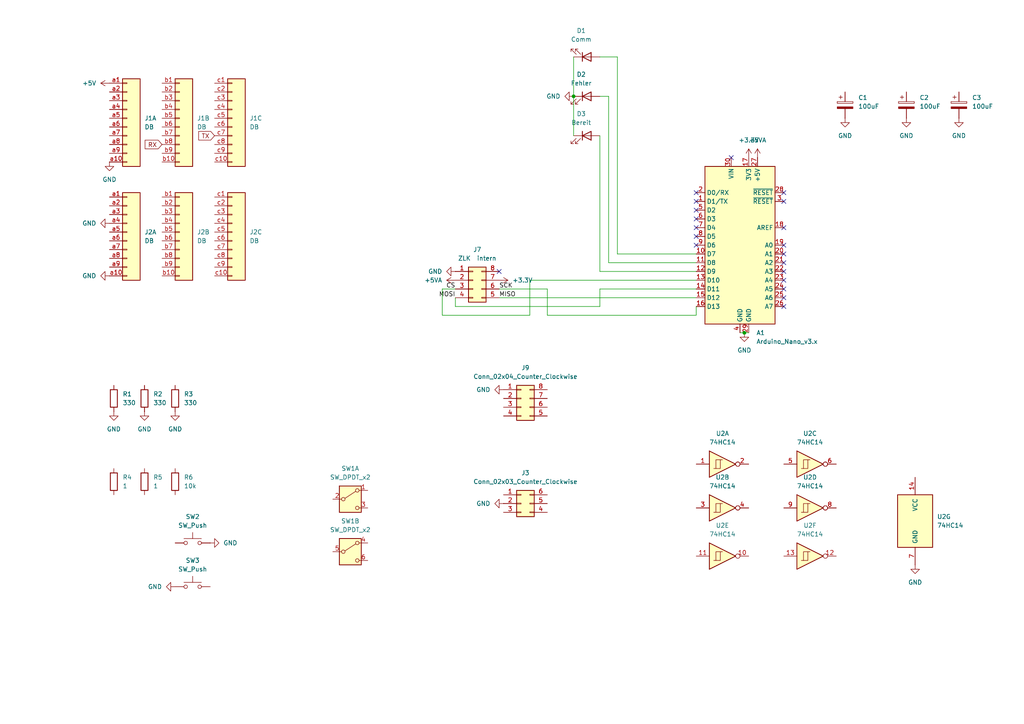
<source format=kicad_sch>
(kicad_sch (version 20250114) (generator "eeschema") (generator_version "9.0")
  (paper "A4")
  (lib_symbols
    (symbol "74xx:74HC14" (pin_names (offset 1.016))
      (property "Reference" "U" (at 0 1.27 0))
      (property "Value" "74HC14" (at 0 -1.27 0))
      (symbol "74HC14_1_0"
        (polyline (pts (xy -3.81 3.81) (xy -3.81 -3.81) (xy 3.81 0) (xy -3.81 3.81)) (stroke (width 0.254)) (fill (type background)))
        (pin input line (at -7.62 0 0) (length 3.81) (name "~") (number "1"))
        (pin output inverted (at 7.62 0 180) (length 3.81) (name "~") (number "2"))
      )
      (symbol "74HC14_1_1"
        (polyline (pts (xy -2.54 -1.27) (xy -0.635 -1.27) (xy -0.635 1.27) (xy 0 1.27)))
        (polyline (pts (xy -1.905 -1.27) (xy -1.905 1.27) (xy -0.635 1.27)))
      )
      (symbol "74HC14_2_0"
        (polyline (pts (xy -3.81 3.81) (xy -3.81 -3.81) (xy 3.81 0) (xy -3.81 3.81)) (stroke (width 0.254)) (fill (type background)))
        (pin input line (at -7.62 0 0) (length 3.81) (name "~") (number "3"))
        (pin output inverted (at 7.62 0 180) (length 3.81) (name "~") (number "4"))
      )
      (symbol "74HC14_2_1"
        (polyline (pts (xy -2.54 -1.27) (xy -0.635 -1.27) (xy -0.635 1.27) (xy 0 1.27)))
        (polyline (pts (xy -1.905 -1.27) (xy -1.905 1.27) (xy -0.635 1.27)))
      )
      (symbol "74HC14_3_0"
        (polyline (pts (xy -3.81 3.81) (xy -3.81 -3.81) (xy 3.81 0) (xy -3.81 3.81)) (stroke (width 0.254)) (fill (type background)))
        (pin input line (at -7.62 0 0) (length 3.81) (name "~") (number "5"))
        (pin output inverted (at 7.62 0 180) (length 3.81) (name "~") (number "6"))
      )
      (symbol "74HC14_3_1"
        (polyline (pts (xy -2.54 -1.27) (xy -0.635 -1.27) (xy -0.635 1.27) (xy 0 1.27)))
        (polyline (pts (xy -1.905 -1.27) (xy -1.905 1.27) (xy -0.635 1.27)))
      )
      (symbol "74HC14_4_0"
        (polyline (pts (xy -3.81 3.81) (xy -3.81 -3.81) (xy 3.81 0) (xy -3.81 3.81)) (stroke (width 0.254)) (fill (type background)))
        (pin input line (at -7.62 0 0) (length 3.81) (name "~") (number "9"))
        (pin output inverted (at 7.62 0 180) (length 3.81) (name "~") (number "8"))
      )
      (symbol "74HC14_4_1"
        (polyline (pts (xy -2.54 -1.27) (xy -0.635 -1.27) (xy -0.635 1.27) (xy 0 1.27)))
        (polyline (pts (xy -1.905 -1.27) (xy -1.905 1.27) (xy -0.635 1.27)))
      )
      (symbol "74HC14_5_0"
        (polyline (pts (xy -3.81 3.81) (xy -3.81 -3.81) (xy 3.81 0) (xy -3.81 3.81)) (stroke (width 0.254)) (fill (type background)))
        (pin input line (at -7.62 0 0) (length 3.81) (name "~") (number "11"))
        (pin output inverted (at 7.62 0 180) (length 3.81) (name "~") (number "10"))
      )
      (symbol "74HC14_5_1"
        (polyline (pts (xy -2.54 -1.27) (xy -0.635 -1.27) (xy -0.635 1.27) (xy 0 1.27)))
        (polyline (pts (xy -1.905 -1.27) (xy -1.905 1.27) (xy -0.635 1.27)))
      )
      (symbol "74HC14_6_0"
        (polyline (pts (xy -3.81 3.81) (xy -3.81 -3.81) (xy 3.81 0) (xy -3.81 3.81)) (stroke (width 0.254)) (fill (type background)))
        (pin input line (at -7.62 0 0) (length 3.81) (name "~") (number "13"))
        (pin output inverted (at 7.62 0 180) (length 3.81) (name "~") (number "12"))
      )
      (symbol "74HC14_6_1"
        (polyline (pts (xy -2.54 -1.27) (xy -0.635 -1.27) (xy -0.635 1.27) (xy 0 1.27)))
        (polyline (pts (xy -1.905 -1.27) (xy -1.905 1.27) (xy -0.635 1.27)))
      )
      (symbol "74HC14_7_0"
        (pin power_in line (at 0 12.7 270) (length 5.08) (name "VCC") (number "14"))
        (pin power_in line (at 0 -12.7 90) (length 5.08) (name "GND") (number "7"))
      )
      (symbol "74HC14_7_1"
        (rectangle (start -5.08 7.62) (end 5.08 -7.62) (stroke (width 0.254)) (fill (type background)))
      )
    )
    (symbol "Connector_Generic:Conn_02x03_Counter_Clockwise" (pin_names (offset 1.016) (hide yes))
      (property "Reference" "J" (at 1.27 5.08 0))
      (property "Value" "Conn_02x03_Counter_Clockwise" (at 1.27 -5.08 0))
      (symbol "Conn_02x03_Counter_Clockwise_1_1"
        (rectangle (start -1.27 3.81) (end 3.81 -3.81) (stroke (width 0.254)) (fill (type background)))
        (rectangle (start -1.27 2.667) (end 0 2.413) (stroke (width 0.1524)))
        (rectangle (start -1.27 0.127) (end 0 -0.127) (stroke (width 0.1524)))
        (rectangle (start -1.27 -2.413) (end 0 -2.667) (stroke (width 0.1524)))
        (rectangle (start 3.81 2.667) (end 2.54 2.413) (stroke (width 0.1524)))
        (rectangle (start 3.81 0.127) (end 2.54 -0.127) (stroke (width 0.1524)))
        (rectangle (start 3.81 -2.413) (end 2.54 -2.667) (stroke (width 0.1524)))
        (pin passive line (at -5.08 2.54 0) (length 3.81) (name "Pin_1") (number "1"))
        (pin passive line (at -5.08 0 0) (length 3.81) (name "Pin_2") (number "2"))
        (pin passive line (at -5.08 -2.54 0) (length 3.81) (name "Pin_3") (number "3"))
        (pin passive line (at 7.62 2.54 180) (length 3.81) (name "Pin_6") (number "6"))
        (pin passive line (at 7.62 0 180) (length 3.81) (name "Pin_5") (number "5"))
        (pin passive line (at 7.62 -2.54 180) (length 3.81) (name "Pin_4") (number "4"))
      )
    )
    (symbol "Connector_Generic:Conn_02x04_Counter_Clockwise" (pin_names (offset 1.016) (hide yes))
      (property "Reference" "J" (at 1.27 5.08 0))
      (property "Value" "Conn_02x04_Counter_Clockwise" (at 1.27 -7.62 0))
      (symbol "Conn_02x04_Counter_Clockwise_1_1"
        (rectangle (start -1.27 3.81) (end 3.81 -6.35) (stroke (width 0.254)) (fill (type background)))
        (rectangle (start -1.27 2.667) (end 0 2.413) (stroke (width 0.1524)))
        (rectangle (start -1.27 0.127) (end 0 -0.127) (stroke (width 0.1524)))
        (rectangle (start -1.27 -2.413) (end 0 -2.667) (stroke (width 0.1524)))
        (rectangle (start -1.27 -4.953) (end 0 -5.207) (stroke (width 0.1524)))
        (rectangle (start 3.81 2.667) (end 2.54 2.413) (stroke (width 0.1524)))
        (rectangle (start 3.81 0.127) (end 2.54 -0.127) (stroke (width 0.1524)))
        (rectangle (start 3.81 -2.413) (end 2.54 -2.667) (stroke (width 0.1524)))
        (rectangle (start 3.81 -4.953) (end 2.54 -5.207) (stroke (width 0.1524)))
        (pin passive line (at -5.08 2.54 0) (length 3.81) (name "Pin_1") (number "1"))
        (pin passive line (at -5.08 0 0) (length 3.81) (name "Pin_2") (number "2"))
        (pin passive line (at -5.08 -2.54 0) (length 3.81) (name "Pin_3") (number "3"))
        (pin passive line (at -5.08 -5.08 0) (length 3.81) (name "Pin_4") (number "4"))
        (pin passive line (at 7.62 2.54 180) (length 3.81) (name "Pin_8") (number "8"))
        (pin passive line (at 7.62 0 180) (length 3.81) (name "Pin_7") (number "7"))
        (pin passive line (at 7.62 -2.54 180) (length 3.81) (name "Pin_6") (number "6"))
        (pin passive line (at 7.62 -5.08 180) (length 3.81) (name "Pin_5") (number "5"))
      )
    )
    (symbol "DIN41612:DIN41612_03x10_ABC" (pin_names (offset 1.016) (hide yes))
      (property "Reference" "J" (at 1.27 12.7 0))
      (property "Value" "DIN41612_03x10_ABC" (at 1.27 -15.24 0))
      (symbol "DIN41612_03x10_ABC_1_1"
        (rectangle (start -1.27 11.43) (end 3.81 -13.97) (stroke (width 0.254)) (fill (type background)))
        (rectangle (start -1.27 10.287) (end 0 10.033) (stroke (width 0.1524)))
        (rectangle (start -1.27 7.747) (end 0 7.493) (stroke (width 0.1524)))
        (rectangle (start -1.27 5.207) (end 0 4.953) (stroke (width 0.1524)))
        (rectangle (start -1.27 2.667) (end 0 2.413) (stroke (width 0.1524)))
        (rectangle (start -1.27 0.127) (end 0 -0.127) (stroke (width 0.1524)))
        (rectangle (start -1.27 -2.413) (end 0 -2.667) (stroke (width 0.1524)))
        (rectangle (start -1.27 -4.953) (end 0 -5.207) (stroke (width 0.1524)))
        (rectangle (start -1.27 -7.493) (end 0 -7.747) (stroke (width 0.1524)))
        (rectangle (start -1.27 -10.033) (end 0 -10.287) (stroke (width 0.1524)))
        (rectangle (start -1.27 -12.573) (end 0 -12.827) (stroke (width 0.1524)))
        (pin passive line (at -5.08 10.16 0) (length 3.81) (name "Pin_a1") (number "a1"))
        (pin passive line (at -5.08 7.62 0) (length 3.81) (name "Pin_a2") (number "a2"))
        (pin passive line (at -5.08 5.08 0) (length 3.81) (name "Pin_a3") (number "a3"))
        (pin passive line (at -5.08 2.54 0) (length 3.81) (name "Pin_a4") (number "a4"))
        (pin passive line (at -5.08 0 0) (length 3.81) (name "Pin_a5") (number "a5"))
        (pin passive line (at -5.08 -2.54 0) (length 3.81) (name "Pin_a6") (number "a6"))
        (pin passive line (at -5.08 -5.08 0) (length 3.81) (name "Pin_a7") (number "a7"))
        (pin passive line (at -5.08 -7.62 0) (length 3.81) (name "Pin_a8") (number "a8"))
        (pin passive line (at -5.08 -10.16 0) (length 3.81) (name "Pin_a9") (number "a9"))
        (pin passive line (at -5.08 -12.7 0) (length 3.81) (name "Pin_a10") (number "a10"))
      )
      (symbol "DIN41612_03x10_ABC_2_1"
        (rectangle (start -1.27 11.43) (end 3.81 -13.97) (stroke (width 0.254)) (fill (type background)))
        (rectangle (start -1.27 10.287) (end 0 10.033) (stroke (width 0.1524)))
        (rectangle (start -1.27 7.747) (end 0 7.493) (stroke (width 0.1524)))
        (rectangle (start -1.27 5.207) (end 0 4.953) (stroke (width 0.1524)))
        (rectangle (start -1.27 2.667) (end 0 2.413) (stroke (width 0.1524)))
        (rectangle (start -1.27 0.127) (end 0 -0.127) (stroke (width 0.1524)))
        (rectangle (start -1.27 -2.413) (end 0 -2.667) (stroke (width 0.1524)))
        (rectangle (start -1.27 -4.953) (end 0 -5.207) (stroke (width 0.1524)))
        (rectangle (start -1.27 -7.493) (end 0 -7.747) (stroke (width 0.1524)))
        (rectangle (start -1.27 -10.033) (end 0 -10.287) (stroke (width 0.1524)))
        (rectangle (start -1.27 -12.573) (end 0 -12.827) (stroke (width 0.1524)))
        (pin passive line (at -5.08 10.16 0) (length 3.81) (name "Pin_b1") (number "b1"))
        (pin passive line (at -5.08 7.62 0) (length 3.81) (name "Pin_b2") (number "b2"))
        (pin passive line (at -5.08 5.08 0) (length 3.81) (name "Pin_b3") (number "b3"))
        (pin passive line (at -5.08 2.54 0) (length 3.81) (name "Pin_b4") (number "b4"))
        (pin passive line (at -5.08 0 0) (length 3.81) (name "Pin_b5") (number "b5"))
        (pin passive line (at -5.08 -2.54 0) (length 3.81) (name "Pin_b6") (number "b6"))
        (pin passive line (at -5.08 -5.08 0) (length 3.81) (name "Pin_b7") (number "b7"))
        (pin passive line (at -5.08 -7.62 0) (length 3.81) (name "Pin_b8") (number "b8"))
        (pin passive line (at -5.08 -10.16 0) (length 3.81) (name "Pin_b9") (number "b9"))
        (pin passive line (at -5.08 -12.7 0) (length 3.81) (name "Pin_b10") (number "b10"))
      )
      (symbol "DIN41612_03x10_ABC_3_1"
        (rectangle (start -1.27 11.43) (end 3.81 -13.97) (stroke (width 0.254)) (fill (type background)))
        (rectangle (start -1.27 10.287) (end 0 10.033) (stroke (width 0.1524)))
        (rectangle (start -1.27 7.747) (end 0 7.493) (stroke (width 0.1524)))
        (rectangle (start -1.27 5.207) (end 0 4.953) (stroke (width 0.1524)))
        (rectangle (start -1.27 2.667) (end 0 2.413) (stroke (width 0.1524)))
        (rectangle (start -1.27 0.127) (end 0 -0.127) (stroke (width 0.1524)))
        (rectangle (start -1.27 -2.413) (end 0 -2.667) (stroke (width 0.1524)))
        (rectangle (start -1.27 -4.953) (end 0 -5.207) (stroke (width 0.1524)))
        (rectangle (start -1.27 -7.493) (end 0 -7.747) (stroke (width 0.1524)))
        (rectangle (start -1.27 -10.033) (end 0 -10.287) (stroke (width 0.1524)))
        (rectangle (start -1.27 -12.573) (end 0 -12.827) (stroke (width 0.1524)))
        (pin passive line (at -5.08 10.16 0) (length 3.81) (name "Pin_c1") (number "c1"))
        (pin passive line (at -5.08 7.62 0) (length 3.81) (name "Pin_c2") (number "c2"))
        (pin passive line (at -5.08 5.08 0) (length 3.81) (name "Pin_c3") (number "c3"))
        (pin passive line (at -5.08 2.54 0) (length 3.81) (name "Pin_c4") (number "c4"))
        (pin passive line (at -5.08 0 0) (length 3.81) (name "Pin_c5") (number "c5"))
        (pin passive line (at -5.08 -2.54 0) (length 3.81) (name "Pin_c6") (number "c6"))
        (pin passive line (at -5.08 -5.08 0) (length 3.81) (name "Pin_c7") (number "c7"))
        (pin passive line (at -5.08 -7.62 0) (length 3.81) (name "Pin_c8") (number "c8"))
        (pin passive line (at -5.08 -10.16 0) (length 3.81) (name "Pin_c9") (number "c9"))
        (pin passive line (at -5.08 -12.7 0) (length 3.81) (name "Pin_c10") (number "c10"))
      )
    )
    (symbol "Device:C_Polarized" (pin_numbers (hide yes)) (pin_names (offset 0.254))
      (property "Reference" "C" (at 0.635 2.54 0))
      (property "Value" "C_Polarized" (at 0.635 -2.54 0))
      (symbol "C_Polarized_0_1"
        (rectangle (start -2.286 0.508) (end 2.286 1.016))
        (polyline (pts (xy -1.778 2.286) (xy -0.762 2.286)))
        (polyline (pts (xy -1.27 2.794) (xy -1.27 1.778)))
        (rectangle (start 2.286 -0.508) (end -2.286 -1.016) (fill (type outline)))
      )
      (symbol "C_Polarized_1_1"
        (pin passive line (at 0 3.81 270) (length 2.794) (name "~") (number "1"))
        (pin passive line (at 0 -3.81 90) (length 2.794) (name "~") (number "2"))
      )
    )
    (symbol "Device:LED" (pin_numbers (hide yes)) (pin_names (offset 1.016) (hide yes))
      (property "Reference" "D" (at 0 2.54 0))
      (property "Value" "LED" (at 0 -2.54 0))
      (symbol "LED_0_1"
        (polyline (pts (xy -3.048 -0.762) (xy -4.572 -2.286) (xy -3.81 -2.286) (xy -4.572 -2.286) (xy -4.572 -1.524)))
        (polyline (pts (xy -1.778 -0.762) (xy -3.302 -2.286) (xy -2.54 -2.286) (xy -3.302 -2.286) (xy -3.302 -1.524)))
        (polyline (pts (xy -1.27 0) (xy 1.27 0)))
        (polyline (pts (xy -1.27 -1.27) (xy -1.27 1.27)) (stroke (width 0.254)))
        (polyline (pts (xy 1.27 -1.27) (xy 1.27 1.27) (xy -1.27 0) (xy 1.27 -1.27)) (stroke (width 0.254)))
      )
      (symbol "LED_1_1"
        (pin passive line (at -3.81 0 0) (length 2.54) (name "K") (number "1"))
        (pin passive line (at 3.81 0 180) (length 2.54) (name "A") (number "2"))
      )
    )
    (symbol "Device:R" (pin_numbers (hide yes)) (pin_names (offset 0))
      (property "Reference" "R" (at 2.032 0 90))
      (property "Value" "R" (at 0 0 90))
      (symbol "R_0_1"
        (rectangle (start -1.016 -2.54) (end 1.016 2.54) (stroke (width 0.254)))
      )
      (symbol "R_1_1"
        (pin passive line (at 0 3.81 270) (length 1.27) (name "~") (number "1"))
        (pin passive line (at 0 -3.81 90) (length 1.27) (name "~") (number "2"))
      )
    )
    (symbol "MCU_Module:Arduino_Nano_v3.x"
      (property "Reference" "A" (at -10.16 23.495 0))
      (property "Value" "Arduino_Nano_v3.x" (at 5.08 -24.13 0))
      (symbol "Arduino_Nano_v3.x_0_1"
        (rectangle (start -10.16 22.86) (end 10.16 -22.86) (stroke (width 0.254)) (fill (type background)))
      )
      (symbol "Arduino_Nano_v3.x_1_1"
        (pin bidirectional line (at -12.7 15.24 0) (length 2.54) (name "D0/RX") (number "2"))
        (pin bidirectional line (at -12.7 12.7 0) (length 2.54) (name "D1/TX") (number "1"))
        (pin bidirectional line (at -12.7 10.16 0) (length 2.54) (name "D2") (number "5"))
        (pin bidirectional line (at -12.7 7.62 0) (length 2.54) (name "D3") (number "6"))
        (pin bidirectional line (at -12.7 5.08 0) (length 2.54) (name "D4") (number "7"))
        (pin bidirectional line (at -12.7 2.54 0) (length 2.54) (name "D5") (number "8"))
        (pin bidirectional line (at -12.7 0 0) (length 2.54) (name "D6") (number "9"))
        (pin bidirectional line (at -12.7 -2.54 0) (length 2.54) (name "D7") (number "10"))
        (pin bidirectional line (at -12.7 -5.08 0) (length 2.54) (name "D8") (number "11"))
        (pin bidirectional line (at -12.7 -7.62 0) (length 2.54) (name "D9") (number "12"))
        (pin bidirectional line (at -12.7 -10.16 0) (length 2.54) (name "D10") (number "13"))
        (pin bidirectional line (at -12.7 -12.7 0) (length 2.54) (name "D11") (number "14"))
        (pin bidirectional line (at -12.7 -15.24 0) (length 2.54) (name "D12") (number "15"))
        (pin bidirectional line (at -12.7 -17.78 0) (length 2.54) (name "D13") (number "16"))
        (pin power_in line (at -2.54 25.4 270) (length 2.54) (name "VIN") (number "30"))
        (pin power_in line (at 0 -25.4 90) (length 2.54) (name "GND") (number "4"))
        (pin power_out line (at 2.54 25.4 270) (length 2.54) (name "3V3") (number "17"))
        (pin power_in line (at 2.54 -25.4 90) (length 2.54) (name "GND") (number "29"))
        (pin power_out line (at 5.08 25.4 270) (length 2.54) (name "+5V") (number "27"))
        (pin input line (at 12.7 15.24 180) (length 2.54) (name "~{RESET}") (number "28"))
        (pin input line (at 12.7 12.7 180) (length 2.54) (name "~{RESET}") (number "3"))
        (pin input line (at 12.7 5.08 180) (length 2.54) (name "AREF") (number "18"))
        (pin bidirectional line (at 12.7 0 180) (length 2.54) (name "A0") (number "19"))
        (pin bidirectional line (at 12.7 -2.54 180) (length 2.54) (name "A1") (number "20"))
        (pin bidirectional line (at 12.7 -5.08 180) (length 2.54) (name "A2") (number "21"))
        (pin bidirectional line (at 12.7 -7.62 180) (length 2.54) (name "A3") (number "22"))
        (pin bidirectional line (at 12.7 -10.16 180) (length 2.54) (name "A4") (number "23"))
        (pin bidirectional line (at 12.7 -12.7 180) (length 2.54) (name "A5") (number "24"))
        (pin bidirectional line (at 12.7 -15.24 180) (length 2.54) (name "A6") (number "25"))
        (pin bidirectional line (at 12.7 -17.78 180) (length 2.54) (name "A7") (number "26"))
      )
    )
    (symbol "Switch:SW_DPDT_x2" (pin_names (offset 0) (hide yes))
      (property "Reference" "SW" (at 0 5.08 0))
      (property "Value" "SW_DPDT_x2" (at 0 -5.08 0))
      (symbol "SW_DPDT_x2_0_0"
        (circle (center -2.032 0) (radius 0.508))
        (circle (center 2.032 -2.54) (radius 0.508))
      )
      (symbol "SW_DPDT_x2_0_1"
        (rectangle (start -3.175 3.81) (end 3.175 -3.81) (stroke (width 0.254)) (fill (type background)))
        (polyline (pts (xy -1.524 0.254) (xy 1.5748 2.286)))
        (circle (center 2.032 2.54) (radius 0.508))
      )
      (symbol "SW_DPDT_x2_1_1"
        (pin passive line (at -5.08 0 0) (length 2.54) (name "B") (number "2"))
        (pin passive line (at 5.08 2.54 180) (length 2.54) (name "A") (number "1"))
        (pin passive line (at 5.08 -2.54 180) (length 2.54) (name "C") (number "3"))
      )
      (symbol "SW_DPDT_x2_2_1"
        (pin passive line (at -5.08 0 0) (length 2.54) (name "B") (number "5"))
        (pin passive line (at 5.08 2.54 180) (length 2.54) (name "A") (number "4"))
        (pin passive line (at 5.08 -2.54 180) (length 2.54) (name "C") (number "6"))
      )
    )
    (symbol "Switch:SW_Push" (pin_numbers (hide yes)) (pin_names (offset 1.016) (hide yes))
      (property "Reference" "SW" (at 1.27 2.54 0))
      (property "Value" "SW_Push" (at 0 -1.524 0))
      (symbol "SW_Push_0_1"
        (circle (center -2.032 0) (radius 0.508))
        (polyline (pts (xy 0 1.27) (xy 0 3.048)))
        (circle (center 2.032 0) (radius 0.508))
        (polyline (pts (xy 2.54 1.27) (xy -2.54 1.27)))
        (pin passive line (at -5.08 0 0) (length 2.54) (name "1") (number "1"))
        (pin passive line (at 5.08 0 180) (length 2.54) (name "2") (number "2"))
      )
    )
    (symbol "power:+3.3V" (power) (pin_numbers (hide yes)) (pin_names (offset 0) (hide yes))
      (property "Value" "+3.3V" (at 0 3.556 0))
      (symbol "+3.3V_0_1"
        (polyline (pts (xy -0.762 1.27) (xy 0 2.54)))
        (polyline (pts (xy 0 2.54) (xy 0.762 1.27)))
        (polyline (pts (xy 0 0) (xy 0 2.54)))
      )
      (symbol "+3.3V_1_1"
        (pin power_in line (at 0 0 90) (length 0) (name "~") (number "1"))
      )
    )
    (symbol "power:+5V" (power) (pin_numbers (hide yes)) (pin_names (offset 0) (hide yes))
      (property "Value" "+5V" (at 0 3.556 0))
      (symbol "+5V_0_1"
        (polyline (pts (xy -0.762 1.27) (xy 0 2.54)))
        (polyline (pts (xy 0 2.54) (xy 0.762 1.27)))
        (polyline (pts (xy 0 0) (xy 0 2.54)))
      )
      (symbol "+5V_1_1"
        (pin power_in line (at 0 0 90) (length 0) (name "~") (number "1"))
      )
    )
    (symbol "power:+5VA" (power) (pin_numbers (hide yes)) (pin_names (offset 0) (hide yes))
      (property "Value" "+5VA" (at 0 3.556 0))
      (symbol "+5VA_0_1"
        (polyline (pts (xy -0.762 1.27) (xy 0 2.54)))
        (polyline (pts (xy 0 2.54) (xy 0.762 1.27)))
        (polyline (pts (xy 0 0) (xy 0 2.54)))
      )
      (symbol "+5VA_1_1"
        (pin power_in line (at 0 0 90) (length 0) (name "~") (number "1"))
      )
    )
    (symbol "power:GND" (power) (pin_numbers (hide yes)) (pin_names (offset 0) (hide yes))
      (property "Value" "GND" (at 0 -3.81 0))
      (symbol "GND_0_1"
        (polyline (pts (xy 0 0) (xy 0 -1.27) (xy 1.27 -1.27) (xy 0 -2.54) (xy -1.27 -1.27) (xy 0 -1.27)))
      )
      (symbol "GND_1_1"
        (pin power_in line (at 0 0 270) (length 0) (name "~") (number "1"))
      )
    )
  )
  (junction (at 215.9 96.52))
  (junction (at 166.37 27.94))
  (no_connect (at 227.33 55.88))
  (no_connect (at 227.33 76.2))
  (no_connect (at 227.33 71.12))
  (no_connect (at 227.33 66.04))
  (no_connect (at 201.93 71.12))
  (no_connect (at 227.33 58.42))
  (no_connect (at 144.78 78.74))
  (no_connect (at 227.33 86.36))
  (no_connect (at 227.33 73.66))
  (no_connect (at 227.33 83.82))
  (no_connect (at 227.33 78.74))
  (no_connect (at 227.33 81.28))
  (no_connect (at 201.93 66.04))
  (no_connect (at 201.93 58.42))
  (no_connect (at 201.93 55.88))
  (no_connect (at 212.09 45.72))
  (no_connect (at 201.93 60.96))
  (no_connect (at 227.33 88.9))
  (no_connect (at 201.93 68.58))
  (no_connect (at 201.93 63.5))
  (wire (pts (xy 153.67 81.28) (xy 153.67 91.44)))
  (wire (pts (xy 132.08 88.9) (xy 173.99 88.9)))
  (wire (pts (xy 173.99 88.9) (xy 173.99 83.82)))
  (wire (pts (xy 201.93 81.28) (xy 153.67 81.28)))
  (wire (pts (xy 176.53 27.94) (xy 173.99 27.94)))
  (wire (pts (xy 153.67 91.44) (xy 128.27 91.44)))
  (wire (pts (xy 128.27 83.82) (xy 132.08 83.82)))
  (wire (pts (xy 144.78 83.82) (xy 158.75 83.82)))
  (wire (pts (xy 173.99 39.37) (xy 173.99 78.74)))
  (wire (pts (xy 215.9 96.52) (xy 214.63 96.52)))
  (wire (pts (xy 215.9 96.52) (xy 217.17 96.52)))
  (wire (pts (xy 132.08 86.36) (xy 132.08 88.9)))
  (wire (pts (xy 158.75 83.82) (xy 158.75 91.44)))
  (wire (pts (xy 179.07 16.51) (xy 179.07 73.66)))
  (wire (pts (xy 176.53 27.94) (xy 176.53 76.2)))
  (wire (pts (xy 173.99 83.82) (xy 201.93 83.82)))
  (wire (pts (xy 173.99 16.51) (xy 179.07 16.51)))
  (wire (pts (xy 158.75 91.44) (xy 201.93 91.44)))
  (wire (pts (xy 166.37 27.94) (xy 166.37 16.51)))
  (wire (pts (xy 166.37 39.37) (xy 166.37 27.94)))
  (wire (pts (xy 144.78 86.36) (xy 201.93 86.36)))
  (wire (pts (xy 201.93 91.44) (xy 201.93 88.9)))
  (wire (pts (xy 173.99 78.74) (xy 201.93 78.74)))
  (wire (pts (xy 201.93 76.2) (xy 176.53 76.2)))
  (wire (pts (xy 179.07 73.66) (xy 201.93 73.66)))
  (wire (pts (xy 128.27 91.44) (xy 128.27 83.82)))
  (label "MISO" (at 144.78 86.36 0))
  (label "MOSI" (at 132.08 86.36 180))
  (label "SCK" (at 144.78 83.82 0))
  (label "CS" (at 132.08 83.82 180))
  (global_label "RX" (shape input) (at 46.99 41.91 180) (property "Intersheetrefs" "${INTERSHEET_REFS}" (effects (hide yes))))
  (global_label "TX" (shape input) (at 62.23 39.37 180) (property "Intersheetrefs" "${INTERSHEET_REFS}" (effects (hide yes))))
  (symbol (lib_id "Device:R") (at 41.91 115.57 0) (unit 1)
    (property "Reference" "R2" (at 44.45 114.2999 0) (effects (justify left)))
    (property "Value" "330" (at 44.45 116.8399 0) (effects (justify left)))
    (property "Footprint" "Resistor_THT:R_Axial_DIN0207_L6.3mm_D2.5mm_P7.62mm_Horizontal" (effects (hide yes)))
    (property "Description" "Resistor" (effects (hide yes)))
  )
  (symbol (lib_id "DIN41612:DIN41612_03x10_ABC") (at 67.31 67.31 0) (unit 3)
    (property "Reference" "J2" (at 72.39 67.3099 0) (effects (justify left)))
    (property "Value" "DB" (at 72.39 69.8499 0) (effects (justify left)))
    (property "Footprint" "Connector_DIN:DIN41612_C3_3x10_Female_Vertical_THT" (effects (hide yes)))
    (property "Description" "DIN41612 connector, double row (AB), 02x10, script generated (kicad-library-utils/schlib/autogen/connector/)" (effects (hide yes)))
  )
  (symbol (lib_id "power:+3.3V") (at 217.17 45.72 0) (unit 1)
    (property "Reference" "#PWR013" (effects (hide yes)))
    (property "Value" "+3.3V" (at 217.17 40.64 0))
    (property "Description" "Power symbol creates a global label with name \"+3.3V\"" (effects (hide yes)))
  )
  (symbol (lib_id "power:GND") (at 166.37 27.94 270) (unit 1)
    (property "Reference" "#PWR01" (effects (hide yes)))
    (property "Value" "GND" (at 162.56 27.9401 90) (effects (justify right)))
    (property "Description" "Power symbol creates a global label with name \"GND\" , ground" (effects (hide yes)))
  )
  (symbol (lib_id "power:+3.3V") (at 144.78 81.28 270) (unit 1)
    (property "Reference" "#PWR012" (effects (hide yes)))
    (property "Value" "+3.3V" (at 148.59 81.2799 90) (effects (justify left)))
    (property "Description" "Power symbol creates a global label with name \"+3.3V\"" (effects (hide yes)))
  )
  (symbol (lib_id "DIN41612:DIN41612_03x10_ABC") (at 36.83 34.29 0) (unit 1)
    (property "Reference" "J1" (at 41.91 34.2899 0) (effects (justify left)))
    (property "Value" "DB" (at 41.91 36.8299 0) (effects (justify left)))
    (property "Footprint" "Connector_DIN:DIN41612_C3_3x10_Female_Vertical_THT" (effects (hide yes)))
    (property "Description" "DIN41612 connector, double row (AB), 02x10, script generated (kicad-library-utils/schlib/autogen/connector/)" (effects (hide yes)))
  )
  (symbol (lib_id "power:GND") (at 245.11 34.29 0) (unit 1)
    (property "Reference" "#PWR07" (effects (hide yes)))
    (property "Value" "GND" (at 245.11 39.37 0))
    (property "Description" "Power symbol creates a global label with name \"GND\" , ground" (effects (hide yes)))
  )
  (symbol (lib_id "power:GND") (at 50.8 170.18 270) (unit 1)
    (property "Reference" "#PWR017" (effects (hide yes)))
    (property "Value" "GND" (at 46.99 170.1799 90) (effects (justify right)))
    (property "Description" "Power symbol creates a global label with name \"GND\" , ground" (effects (hide yes)))
  )
  (symbol (lib_id "Switch:SW_Push") (at 55.88 170.18 0) (unit 1)
    (property "Reference" "SW3" (at 55.88 162.56 0))
    (property "Value" "SW_Push" (at 55.88 165.1 0))
    (property "Footprint" "Button_Switch_THT:SW_Tactile_SKHH_Angled" (effects (hide yes)))
    (property "Description" "Push button switch, generic, two pins" (effects (hide yes)))
  )
  (symbol (lib_id "Device:LED") (at 170.18 39.37 0) (unit 1)
    (property "Reference" "D3" (at 168.5925 33.02 0))
    (property "Value" "Bereit" (at 168.5925 35.56 0))
    (property "Footprint" "LED_THT:LED_D5.0mm" (effects (hide yes)))
    (property "Description" "Light emitting diode" (effects (hide yes)))
  )
  (symbol (lib_id "74xx:74HC14") (at 234.95 147.32 0) (unit 4)
    (property "Reference" "U2" (at 234.95 138.43 0))
    (property "Value" "74HC14" (at 234.95 140.97 0))
    (property "Footprint" "Package_DIP:DIP-14_W7.62mm" (effects (hide yes)))
    (property "Datasheet" "http://www.ti.com/lit/gpn/sn74HC14" (effects (hide yes)))
    (property "Description" "Hex inverter schmitt trigger" (effects (hide yes)))
  )
  (symbol (lib_id "DIN41612:DIN41612_03x10_ABC") (at 67.31 34.29 0) (unit 3)
    (property "Reference" "J1" (at 72.39 34.2899 0) (effects (justify left)))
    (property "Value" "DB" (at 72.39 36.8299 0) (effects (justify left)))
    (property "Footprint" "Connector_DIN:DIN41612_C3_3x10_Female_Vertical_THT" (effects (hide yes)))
    (property "Description" "DIN41612 connector, double row (AB), 02x10, script generated (kicad-library-utils/schlib/autogen/connector/)" (effects (hide yes)))
  )
  (symbol (lib_id "74xx:74HC14") (at 209.55 161.29 0) (unit 5)
    (property "Reference" "U2" (at 209.55 152.4 0))
    (property "Value" "74HC14" (at 209.55 154.94 0))
    (property "Footprint" "Package_DIP:DIP-14_W7.62mm" (effects (hide yes)))
    (property "Datasheet" "http://www.ti.com/lit/gpn/sn74HC14" (effects (hide yes)))
    (property "Description" "Hex inverter schmitt trigger" (effects (hide yes)))
  )
  (symbol (lib_id "Switch:SW_DPDT_x2") (at 101.6 144.78 0) (unit 1)
    (property "Reference" "SW1" (at 101.6 135.89 0))
    (property "Value" "SW_DPDT_x2" (at 101.6 138.43 0))
    (property "Footprint" "Button_Switch_THT:SW_E-Switch_EG2219_DPDT_Angled" (effects (hide yes)))
    (property "Description" "Switch, dual pole double throw, separate symbols" (effects (hide yes)))
  )
  (symbol (lib_id "power:GND") (at 278.13 34.29 0) (unit 1)
    (property "Reference" "#PWR04" (effects (hide yes)))
    (property "Value" "GND" (at 278.13 39.37 0))
    (property "Description" "Power symbol creates a global label with name \"GND\" , ground" (effects (hide yes)))
  )
  (symbol (lib_id "power:GND") (at 31.75 64.77 270) (unit 1)
    (property "Reference" "#PWR019" (effects (hide yes)))
    (property "Value" "GND" (at 27.94 64.7699 90) (effects (justify right)))
    (property "Description" "Power symbol creates a global label with name \"GND\" , ground" (effects (hide yes)))
  )
  (symbol (lib_id "power:GND") (at 262.89 34.29 0) (unit 1)
    (property "Reference" "#PWR05" (effects (hide yes)))
    (property "Value" "GND" (at 262.89 39.37 0))
    (property "Description" "Power symbol creates a global label with name \"GND\" , ground" (effects (hide yes)))
  )
  (symbol (lib_id "power:GND") (at 146.05 113.03 270) (unit 1)
    (property "Reference" "#PWR018" (effects (hide yes)))
    (property "Value" "GND" (at 142.24 113.0299 90) (effects (justify right)))
    (property "Description" "Power symbol creates a global label with name \"GND\" , ground" (effects (hide yes)))
  )
  (symbol (lib_id "power:GND") (at 215.9 96.52 0) (unit 1)
    (property "Reference" "#PWR02" (effects (hide yes)))
    (property "Value" "GND" (at 215.9 101.6 0))
    (property "Description" "Power symbol creates a global label with name \"GND\" , ground" (effects (hide yes)))
  )
  (symbol (lib_id "Device:R") (at 41.91 139.7 0) (unit 1)
    (property "Reference" "R5" (at 44.45 138.4299 0) (effects (justify left)))
    (property "Value" "1" (at 44.45 140.9699 0) (effects (justify left)))
    (property "Footprint" "Resistor_THT:R_Axial_DIN0207_L6.3mm_D2.5mm_P7.62mm_Horizontal" (effects (hide yes)))
    (property "Description" "Resistor" (effects (hide yes)))
  )
  (symbol (lib_id "DIN41612:DIN41612_03x10_ABC") (at 36.83 67.31 0) (unit 1)
    (property "Reference" "J2" (at 41.91 67.3099 0) (effects (justify left)))
    (property "Value" "DB" (at 41.91 69.8499 0) (effects (justify left)))
    (property "Footprint" "Connector_DIN:DIN41612_C3_3x10_Female_Vertical_THT" (effects (hide yes)))
    (property "Description" "DIN41612 connector, double row (AB), 02x10, script generated (kicad-library-utils/schlib/autogen/connector/)" (effects (hide yes)))
  )
  (symbol (lib_id "Device:R") (at 33.02 115.57 0) (unit 1)
    (property "Reference" "R1" (at 35.56 114.2999 0) (effects (justify left)))
    (property "Value" "330" (at 35.56 116.8399 0) (effects (justify left)))
    (property "Footprint" "Resistor_THT:R_Axial_DIN0207_L6.3mm_D2.5mm_P7.62mm_Horizontal" (effects (hide yes)))
    (property "Description" "Resistor" (effects (hide yes)))
  )
  (symbol (lib_id "Device:C_Polarized") (at 262.89 30.48 0) (unit 1)
    (property "Reference" "C2" (at 266.7 28.3209 0) (effects (justify left)))
    (property "Value" "100uF" (at 266.7 30.8609 0) (effects (justify left)))
    (property "Footprint" "Capacitor_THT:CP_Radial_D5.0mm_P2.50mm" (effects (hide yes)))
    (property "Description" "Polarized capacitor" (effects (hide yes)))
  )
  (symbol (lib_id "Device:C_Polarized") (at 278.13 30.48 0) (unit 1)
    (property "Reference" "C3" (at 281.94 28.3209 0) (effects (justify left)))
    (property "Value" "100uF" (at 281.94 30.8609 0) (effects (justify left)))
    (property "Footprint" "Capacitor_THT:CP_Radial_D5.0mm_P2.50mm" (effects (hide yes)))
    (property "Description" "Polarized capacitor" (effects (hide yes)))
  )
  (symbol (lib_id "Device:R") (at 33.02 139.7 0) (unit 1)
    (property "Reference" "R4" (at 35.56 138.4299 0) (effects (justify left)))
    (property "Value" "1" (at 35.56 140.9699 0) (effects (justify left)))
    (property "Footprint" "Resistor_THT:R_Axial_DIN0207_L6.3mm_D2.5mm_P7.62mm_Horizontal" (effects (hide yes)))
    (property "Description" "Resistor" (effects (hide yes)))
  )
  (symbol (lib_id "Device:C_Polarized") (at 245.11 30.48 0) (unit 1)
    (property "Reference" "C1" (at 248.92 28.3209 0) (effects (justify left)))
    (property "Value" "100uF" (at 248.92 30.8609 0) (effects (justify left)))
    (property "Footprint" "Capacitor_THT:CP_Radial_D5.0mm_P2.50mm" (effects (hide yes)))
    (property "Description" "Polarized capacitor" (effects (hide yes)))
  )
  (symbol (lib_id "Device:LED") (at 170.18 27.94 0) (unit 1)
    (property "Reference" "D2" (at 168.5925 21.59 0))
    (property "Value" "Fehler" (at 168.5925 24.13 0))
    (property "Footprint" "LED_THT:LED_D5.0mm" (effects (hide yes)))
    (property "Description" "Light emitting diode" (effects (hide yes)))
  )
  (symbol (lib_id "MCU_Module:Arduino_Nano_v3.x") (at 214.63 71.12 0) (unit 1)
    (property "Reference" "A1" (at 219.3641 96.52 0) (effects (justify left)))
    (property "Value" "Arduino_Nano_v3.x" (at 219.3641 99.06 0) (effects (justify left)))
    (property "Footprint" "Module:Arduino_Nano" (effects (hide yes)))
    (property "Datasheet" "http://www.mouser.com/pdfdocs/Gravitech_Arduino_Nano3_0.pdf" (effects (hide yes)))
    (property "Description" "Arduino Nano v3.x" (effects (hide yes)))
  )
  (symbol (lib_id "Connector_Generic:Conn_02x04_Counter_Clockwise") (at 151.13 115.57 0) (unit 1)
    (property "Reference" "J9" (at 152.4 106.68 0))
    (property "Value" "Conn_02x04_Counter_Clockwise" (at 152.4 109.22 0))
    (property "Footprint" "Connector_IDC:IDC-Header_2x04_P2.54mm_Vertical" (effects (hide yes)))
    (property "Description" "Generic connector, double row, 02x04, counter clockwise pin numbering scheme (similar to DIP package numbering), script generated (kicad-library-utils/schlib/autogen/connector/)" (effects (hide yes)))
  )
  (symbol (lib_id "Device:R") (at 50.8 139.7 0) (unit 1)
    (property "Reference" "R6" (at 53.34 138.4299 0) (effects (justify left)))
    (property "Value" "10k" (at 53.34 140.9699 0) (effects (justify left)))
    (property "Footprint" "Resistor_THT:R_Axial_DIN0207_L6.3mm_D2.5mm_P7.62mm_Horizontal" (effects (hide yes)))
    (property "Description" "Resistor" (effects (hide yes)))
  )
  (symbol (lib_id "power:GND") (at 60.96 157.48 90) (unit 1)
    (property "Reference" "#PWR016" (effects (hide yes)))
    (property "Value" "GND" (at 64.77 157.4799 90) (effects (justify right)))
    (property "Description" "Power symbol creates a global label with name \"GND\" , ground" (effects (hide yes)))
  )
  (symbol (lib_id "Connector_Generic:Conn_02x03_Counter_Clockwise") (at 151.13 146.05 0) (unit 1)
    (property "Reference" "J3" (at 152.4 137.16 0))
    (property "Value" "Conn_02x03_Counter_Clockwise" (at 152.4 139.7 0))
    (property "Footprint" "Connector_IDC:IDC-Header_2x03_P2.54mm_Vertical" (effects (hide yes)))
    (property "Description" "Generic connector, double row, 02x03, counter clockwise pin numbering scheme (similar to DIP package numbering), script generated (kicad-library-utils/schlib/autogen/connector/)" (effects (hide yes)))
  )
  (symbol (lib_id "power:GND") (at 50.8 119.38 0) (unit 1)
    (property "Reference" "#PWR010" (effects (hide yes)))
    (property "Value" "GND" (at 50.8 124.46 0))
    (property "Description" "Power symbol creates a global label with name \"GND\" , ground" (effects (hide yes)))
  )
  (symbol (lib_id "Switch:SW_Push") (at 55.88 157.48 0) (unit 1)
    (property "Reference" "SW2" (at 55.88 149.86 0))
    (property "Value" "SW_Push" (at 55.88 152.4 0))
    (property "Footprint" "Button_Switch_THT:SW_PUSH_6mm" (effects (hide yes)))
    (property "Description" "Push button switch, generic, two pins" (effects (hide yes)))
  )
  (symbol (lib_id "power:GND") (at 132.08 78.74 270) (unit 1)
    (property "Reference" "#PWR03" (effects (hide yes)))
    (property "Value" "GND" (at 128.27 78.7399 90) (effects (justify right)))
    (property "Description" "Power symbol creates a global label with name \"GND\" , ground" (effects (hide yes)))
  )
  (symbol (lib_id "power:+5VA") (at 219.71 45.72 0) (unit 1)
    (property "Reference" "#PWR015" (effects (hide yes)))
    (property "Value" "+5VA" (at 219.71 40.64 0))
    (property "Description" "Power symbol creates a global label with name \"+5VA\"" (effects (hide yes)))
  )
  (symbol (lib_id "power:+5VA") (at 132.08 81.28 90) (unit 1)
    (property "Reference" "#PWR014" (effects (hide yes)))
    (property "Value" "+5VA" (at 128.27 81.2799 90) (effects (justify left)))
    (property "Description" "Power symbol creates a global label with name \"+5VA\"" (effects (hide yes)))
  )
  (symbol (lib_id "74xx:74HC14") (at 234.95 134.62 0) (unit 3)
    (property "Reference" "U2" (at 234.95 125.73 0))
    (property "Value" "74HC14" (at 234.95 128.27 0))
    (property "Footprint" "Package_DIP:DIP-14_W7.62mm" (effects (hide yes)))
    (property "Datasheet" "http://www.ti.com/lit/gpn/sn74HC14" (effects (hide yes)))
    (property "Description" "Hex inverter schmitt trigger" (effects (hide yes)))
  )
  (symbol (lib_id "power:GND") (at 265.43 163.83 0) (unit 1)
    (property "Reference" "#PWR022" (effects (hide yes)))
    (property "Value" "GND" (at 265.43 168.91 0))
    (property "Description" "Power symbol creates a global label with name \"GND\" , ground" (effects (hide yes)))
  )
  (symbol (lib_id "power:GND") (at 31.75 46.99 0) (unit 1)
    (property "Reference" "#PWR06" (effects (hide yes)))
    (property "Value" "GND" (at 31.75 52.07 0))
    (property "Description" "Power symbol creates a global label with name \"GND\" , ground" (effects (hide yes)))
  )
  (symbol (lib_id "power:GND") (at 31.75 80.01 270) (unit 1)
    (property "Reference" "#PWR020" (effects (hide yes)))
    (property "Value" "GND" (at 27.94 80.0099 90) (effects (justify right)))
    (property "Description" "Power symbol creates a global label with name \"GND\" , ground" (effects (hide yes)))
  )
  (symbol (lib_id "DIN41612:DIN41612_03x10_ABC") (at 52.07 67.31 0) (unit 2)
    (property "Reference" "J2" (at 57.15 67.3099 0) (effects (justify left)))
    (property "Value" "DB" (at 57.15 69.8499 0) (effects (justify left)))
    (property "Footprint" "Connector_DIN:DIN41612_C3_3x10_Female_Vertical_THT" (effects (hide yes)))
    (property "Description" "DIN41612 connector, double row (AB), 02x10, script generated (kicad-library-utils/schlib/autogen/connector/)" (effects (hide yes)))
  )
  (symbol (lib_id "74xx:74HC14") (at 265.43 151.13 0) (unit 7)
    (property "Reference" "U2" (at 271.78 149.8599 0) (effects (justify left)))
    (property "Value" "74HC14" (at 271.78 152.3999 0) (effects (justify left)))
    (property "Footprint" "Package_DIP:DIP-14_W7.62mm" (effects (hide yes)))
    (property "Datasheet" "http://www.ti.com/lit/gpn/sn74HC14" (effects (hide yes)))
    (property "Description" "Hex inverter schmitt trigger" (effects (hide yes)))
  )
  (symbol (lib_id "Switch:SW_DPDT_x2") (at 101.6 160.02 0) (unit 2)
    (property "Reference" "SW1" (at 101.6 151.13 0))
    (property "Value" "SW_DPDT_x2" (at 101.6 153.67 0))
    (property "Footprint" "Button_Switch_THT:SW_E-Switch_EG2219_DPDT_Angled" (effects (hide yes)))
    (property "Description" "Switch, dual pole double throw, separate symbols" (effects (hide yes)))
  )
  (symbol (lib_id "Connector_Generic:Conn_02x04_Counter_Clockwise") (at 137.16 81.28 0) (unit 1)
    (property "Reference" "J7" (at 138.43 72.39 0))
    (property "Value" "ZLK  intern" (at 138.43 74.93 0))
    (property "Footprint" "Connector_IDC:IDC-Header_2x04_P2.54mm_Vertical" (effects (hide yes)))
    (property "Description" "Generic connector, double row, 02x04, counter clockwise pin numbering scheme (similar to DIP package numbering), script generated (kicad-library-utils/schlib/autogen/connector/)" (effects (hide yes)))
  )
  (symbol (lib_id "power:GND") (at 146.05 146.05 270) (unit 1)
    (property "Reference" "#PWR021" (effects (hide yes)))
    (property "Value" "GND" (at 142.24 146.0499 90) (effects (justify right)))
    (property "Description" "Power symbol creates a global label with name \"GND\" , ground" (effects (hide yes)))
  )
  (symbol (lib_id "power:GND") (at 41.91 119.38 0) (unit 1)
    (property "Reference" "#PWR09" (effects (hide yes)))
    (property "Value" "GND" (at 41.91 124.46 0))
    (property "Description" "Power symbol creates a global label with name \"GND\" , ground" (effects (hide yes)))
  )
  (symbol (lib_id "Device:LED") (at 170.18 16.51 0) (mirror x) (unit 1)
    (property "Reference" "D1" (at 168.5925 8.89 0))
    (property "Value" "Comm" (at 168.5925 11.43 0))
    (property "Footprint" "LED_THT:LED_D5.0mm" (effects (hide yes)))
    (property "Description" "Light emitting diode" (effects (hide yes)))
  )
  (symbol (lib_id "74xx:74HC14") (at 209.55 134.62 0) (unit 1)
    (property "Reference" "U2" (at 209.55 125.73 0))
    (property "Value" "74HC14" (at 209.55 128.27 0))
    (property "Footprint" "Package_DIP:DIP-14_W7.62mm" (effects (hide yes)))
    (property "Datasheet" "http://www.ti.com/lit/gpn/sn74HC14" (effects (hide yes)))
    (property "Description" "Hex inverter schmitt trigger" (effects (hide yes)))
  )
  (symbol (lib_id "Device:R") (at 50.8 115.57 0) (unit 1)
    (property "Reference" "R3" (at 53.34 114.2999 0) (effects (justify left)))
    (property "Value" "330" (at 53.34 116.8399 0) (effects (justify left)))
    (property "Footprint" "Resistor_THT:R_Axial_DIN0207_L6.3mm_D2.5mm_P7.62mm_Horizontal" (effects (hide yes)))
    (property "Description" "Resistor" (effects (hide yes)))
  )
  (symbol (lib_id "power:GND") (at 33.02 119.38 0) (unit 1)
    (property "Reference" "#PWR08" (effects (hide yes)))
    (property "Value" "GND" (at 33.02 124.46 0))
    (property "Description" "Power symbol creates a global label with name \"GND\" , ground" (effects (hide yes)))
  )
  (symbol (lib_id "74xx:74HC14") (at 234.95 161.29 0) (unit 6)
    (property "Reference" "U2" (at 234.95 152.4 0))
    (property "Value" "74HC14" (at 234.95 154.94 0))
    (property "Footprint" "Package_DIP:DIP-14_W7.62mm" (effects (hide yes)))
    (property "Datasheet" "http://www.ti.com/lit/gpn/sn74HC14" (effects (hide yes)))
    (property "Description" "Hex inverter schmitt trigger" (effects (hide yes)))
  )
  (symbol (lib_id "power:+5V") (at 31.75 24.13 90) (unit 1)
    (property "Reference" "#PWR011" (effects (hide yes)))
    (property "Value" "+5V" (at 27.94 24.1299 90) (effects (justify left)))
    (property "Description" "Power symbol creates a global label with name \"+5V\"" (effects (hide yes)))
  )
  (symbol (lib_id "74xx:74HC14") (at 209.55 147.32 0) (unit 2)
    (property "Reference" "U2" (at 209.55 138.43 0))
    (property "Value" "74HC14" (at 209.55 140.97 0))
    (property "Footprint" "Package_DIP:DIP-14_W7.62mm" (effects (hide yes)))
    (property "Datasheet" "http://www.ti.com/lit/gpn/sn74HC14" (effects (hide yes)))
    (property "Description" "Hex inverter schmitt trigger" (effects (hide yes)))
  )
  (symbol (lib_id "DIN41612:DIN41612_03x10_ABC") (at 52.07 34.29 0) (unit 2)
    (property "Reference" "J1" (at 57.15 34.2899 0) (effects (justify left)))
    (property "Value" "DB" (at 57.15 36.8299 0) (effects (justify left)))
    (property "Footprint" "Connector_DIN:DIN41612_C3_3x10_Female_Vertical_THT" (effects (hide yes)))
    (property "Description" "DIN41612 connector, double row (AB), 02x10, script generated (kicad-library-utils/schlib/autogen/connector/)" (effects (hide yes)))
  )
)
</source>
